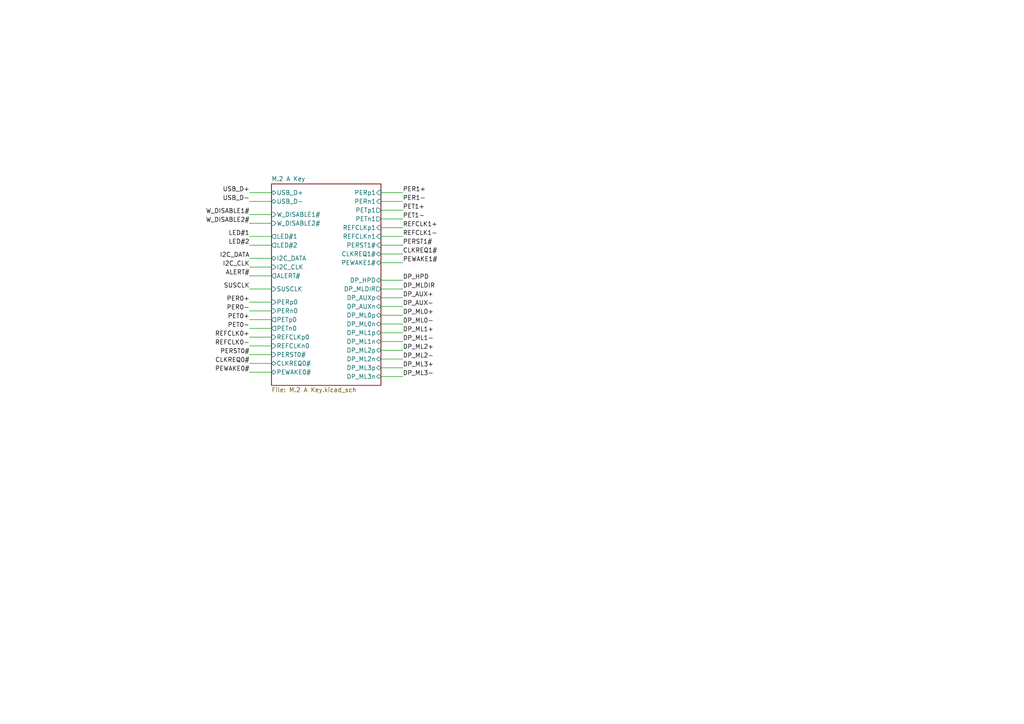
<source format=kicad_sch>
(kicad_sch
	(version 20250114)
	(generator "eeschema")
	(generator_version "9.0")
	(uuid "366d35ae-ef7f-4fd1-8d12-669fbc13649f")
	(paper "A4")
	(lib_symbols)
	(wire
		(pts
			(xy 110.49 60.96) (xy 116.84 60.96)
		)
		(stroke
			(width 0)
			(type default)
		)
		(uuid "043b4ce9-512c-4eae-9f23-0b441580fb9d")
	)
	(wire
		(pts
			(xy 72.39 102.87) (xy 78.74 102.87)
		)
		(stroke
			(width 0)
			(type default)
		)
		(uuid "1139d5ed-00d7-4919-8c7e-920e0d32d2ba")
	)
	(wire
		(pts
			(xy 72.39 68.58) (xy 78.74 68.58)
		)
		(stroke
			(width 0)
			(type default)
		)
		(uuid "1225f204-38f0-4241-8412-66df2b009df9")
	)
	(wire
		(pts
			(xy 110.49 99.06) (xy 116.84 99.06)
		)
		(stroke
			(width 0)
			(type default)
		)
		(uuid "15ec2a30-f059-46ee-8024-234b1138f9c8")
	)
	(wire
		(pts
			(xy 110.49 91.44) (xy 116.84 91.44)
		)
		(stroke
			(width 0)
			(type default)
		)
		(uuid "1ad231d4-6767-4445-a40e-eb5945722591")
	)
	(wire
		(pts
			(xy 72.39 87.63) (xy 78.74 87.63)
		)
		(stroke
			(width 0)
			(type default)
		)
		(uuid "1b1cf3ce-7a47-459b-b899-a697e2a3cda1")
	)
	(wire
		(pts
			(xy 72.39 92.71) (xy 78.74 92.71)
		)
		(stroke
			(width 0)
			(type default)
		)
		(uuid "1bff5e6a-a8d0-48d9-8908-83a78e597236")
	)
	(wire
		(pts
			(xy 110.49 104.14) (xy 116.84 104.14)
		)
		(stroke
			(width 0)
			(type default)
		)
		(uuid "1d617b3b-8c46-46e2-a64f-d2b608176fd6")
	)
	(wire
		(pts
			(xy 72.39 58.42) (xy 78.74 58.42)
		)
		(stroke
			(width 0)
			(type default)
		)
		(uuid "1ea49604-d497-47c0-b62c-2198574d9014")
	)
	(wire
		(pts
			(xy 110.49 58.42) (xy 116.84 58.42)
		)
		(stroke
			(width 0)
			(type default)
		)
		(uuid "1fa4bcde-d91a-4751-baeb-b2540fc21f95")
	)
	(wire
		(pts
			(xy 72.39 62.23) (xy 78.74 62.23)
		)
		(stroke
			(width 0)
			(type default)
		)
		(uuid "23169e7a-1994-432e-ae9c-43d7d13b2739")
	)
	(wire
		(pts
			(xy 72.39 95.25) (xy 78.74 95.25)
		)
		(stroke
			(width 0)
			(type default)
		)
		(uuid "24c520b3-72ca-4662-b36e-870b5d890f64")
	)
	(wire
		(pts
			(xy 110.49 68.58) (xy 116.84 68.58)
		)
		(stroke
			(width 0)
			(type default)
		)
		(uuid "2a63dab8-7af5-4086-b093-a9bd751d4278")
	)
	(wire
		(pts
			(xy 110.49 101.6) (xy 116.84 101.6)
		)
		(stroke
			(width 0)
			(type default)
		)
		(uuid "36db694d-c45b-4f17-8fa4-338bfafb5d2d")
	)
	(wire
		(pts
			(xy 110.49 76.2) (xy 116.84 76.2)
		)
		(stroke
			(width 0)
			(type default)
		)
		(uuid "3b26947a-7585-4085-82d0-58fad24c0592")
	)
	(wire
		(pts
			(xy 110.49 96.52) (xy 116.84 96.52)
		)
		(stroke
			(width 0)
			(type default)
		)
		(uuid "3d62ba7f-8a3d-4bf0-9980-bedb7f08f492")
	)
	(wire
		(pts
			(xy 72.39 90.17) (xy 78.74 90.17)
		)
		(stroke
			(width 0)
			(type default)
		)
		(uuid "3fe520d0-4a93-424e-897e-a56d0722a499")
	)
	(wire
		(pts
			(xy 72.39 64.77) (xy 78.74 64.77)
		)
		(stroke
			(width 0)
			(type default)
		)
		(uuid "43467321-e635-4d4b-bd8f-56e94fb87fc7")
	)
	(wire
		(pts
			(xy 110.49 63.5) (xy 116.84 63.5)
		)
		(stroke
			(width 0)
			(type default)
		)
		(uuid "47a40005-a992-4f6a-8263-2b4a60cde1d4")
	)
	(wire
		(pts
			(xy 110.49 66.04) (xy 116.84 66.04)
		)
		(stroke
			(width 0)
			(type default)
		)
		(uuid "4c0db243-4b10-42bd-9ac9-849e4f4896cb")
	)
	(wire
		(pts
			(xy 72.39 71.12) (xy 78.74 71.12)
		)
		(stroke
			(width 0)
			(type default)
		)
		(uuid "4db4b916-03c4-45b3-ab31-1904a55f01f9")
	)
	(wire
		(pts
			(xy 110.49 106.68) (xy 116.84 106.68)
		)
		(stroke
			(width 0)
			(type default)
		)
		(uuid "558d4c82-e5bc-4aa0-9b45-113dfbc65700")
	)
	(wire
		(pts
			(xy 110.49 83.82) (xy 116.84 83.82)
		)
		(stroke
			(width 0)
			(type default)
		)
		(uuid "7a38e5dc-351d-4a5a-ba8f-867c76d48153")
	)
	(wire
		(pts
			(xy 110.49 93.98) (xy 116.84 93.98)
		)
		(stroke
			(width 0)
			(type default)
		)
		(uuid "7e9a629a-4ea4-4b84-93e4-b0415ec07e1b")
	)
	(wire
		(pts
			(xy 72.39 74.93) (xy 78.74 74.93)
		)
		(stroke
			(width 0)
			(type default)
		)
		(uuid "81bbfd86-bfb6-4f0a-b83f-bf34dd747909")
	)
	(wire
		(pts
			(xy 110.49 88.9) (xy 116.84 88.9)
		)
		(stroke
			(width 0)
			(type default)
		)
		(uuid "899a144b-9a7b-4e5e-8174-e43f49180085")
	)
	(wire
		(pts
			(xy 72.39 55.88) (xy 78.74 55.88)
		)
		(stroke
			(width 0)
			(type default)
		)
		(uuid "8f2e0a7b-139c-45a0-a7df-fc1e438299b1")
	)
	(wire
		(pts
			(xy 110.49 71.12) (xy 116.84 71.12)
		)
		(stroke
			(width 0)
			(type default)
		)
		(uuid "94230a49-88b3-4442-855e-33500d3936db")
	)
	(wire
		(pts
			(xy 110.49 86.36) (xy 116.84 86.36)
		)
		(stroke
			(width 0)
			(type default)
		)
		(uuid "9cd26a3f-15f8-425a-b14e-23acb4a815ee")
	)
	(wire
		(pts
			(xy 110.49 81.28) (xy 116.84 81.28)
		)
		(stroke
			(width 0)
			(type default)
		)
		(uuid "9e02d0cb-bcbe-478b-929e-ffe28975aea0")
	)
	(wire
		(pts
			(xy 72.39 107.95) (xy 78.74 107.95)
		)
		(stroke
			(width 0)
			(type default)
		)
		(uuid "a3567744-187d-4348-8e94-431713296e61")
	)
	(wire
		(pts
			(xy 72.39 83.82) (xy 78.74 83.82)
		)
		(stroke
			(width 0)
			(type default)
		)
		(uuid "b334995b-38d9-49e6-895a-1f3886fff36f")
	)
	(wire
		(pts
			(xy 110.49 109.22) (xy 116.84 109.22)
		)
		(stroke
			(width 0)
			(type default)
		)
		(uuid "b412aafb-c344-4433-8986-c71f81c5b5b5")
	)
	(wire
		(pts
			(xy 72.39 80.01) (xy 78.74 80.01)
		)
		(stroke
			(width 0)
			(type default)
		)
		(uuid "ca8caaef-4b6b-4613-a311-68654535d704")
	)
	(wire
		(pts
			(xy 72.39 97.79) (xy 78.74 97.79)
		)
		(stroke
			(width 0)
			(type default)
		)
		(uuid "d530564d-0314-423b-8023-1130120b627e")
	)
	(wire
		(pts
			(xy 72.39 105.41) (xy 78.74 105.41)
		)
		(stroke
			(width 0)
			(type default)
		)
		(uuid "daf18bfa-e502-4a21-9bd5-8ba0c92586df")
	)
	(wire
		(pts
			(xy 110.49 55.88) (xy 116.84 55.88)
		)
		(stroke
			(width 0)
			(type default)
		)
		(uuid "dcd2b5ad-9d1f-4512-9f59-2a88827cc30a")
	)
	(wire
		(pts
			(xy 110.49 73.66) (xy 116.84 73.66)
		)
		(stroke
			(width 0)
			(type default)
		)
		(uuid "df1192ef-c98e-4d19-b9d6-5b235cbe89fd")
	)
	(wire
		(pts
			(xy 72.39 100.33) (xy 78.74 100.33)
		)
		(stroke
			(width 0)
			(type default)
		)
		(uuid "e4445f25-42fc-42ce-ae7e-6037bc45573a")
	)
	(wire
		(pts
			(xy 72.39 77.47) (xy 78.74 77.47)
		)
		(stroke
			(width 0)
			(type default)
		)
		(uuid "f9444ac1-9871-40e6-8af9-90de9daaf939")
	)
	(label "DP_ML0+"
		(at 116.84 91.44 0)
		(effects
			(font
				(size 1.27 1.27)
			)
			(justify left bottom)
		)
		(uuid "06978fb2-5fd2-459a-8d46-835371a8a410")
	)
	(label "DP_MLDIR"
		(at 116.84 83.82 0)
		(effects
			(font
				(size 1.27 1.27)
			)
			(justify left bottom)
		)
		(uuid "0fdc8747-ab7c-44dd-8fd4-020a38d4d632")
	)
	(label "DP_AUX-"
		(at 116.84 88.9 0)
		(effects
			(font
				(size 1.27 1.27)
			)
			(justify left bottom)
		)
		(uuid "15e4f4f0-64bd-4e26-b3a0-25cfe34c71d3")
	)
	(label "DP_AUX+"
		(at 116.84 86.36 0)
		(effects
			(font
				(size 1.27 1.27)
			)
			(justify left bottom)
		)
		(uuid "229d81dc-8131-4663-9623-ac6efa9ada18")
	)
	(label "PET0+"
		(at 72.39 92.71 180)
		(effects
			(font
				(size 1.27 1.27)
			)
			(justify right bottom)
		)
		(uuid "3241c131-773c-4cb1-83de-877d2ad39c1a")
	)
	(label "DP_ML2+"
		(at 116.84 101.6 0)
		(effects
			(font
				(size 1.27 1.27)
			)
			(justify left bottom)
		)
		(uuid "32f228e9-878b-4915-862c-48ba03b19ca7")
	)
	(label "REFCLK0+"
		(at 72.39 97.79 180)
		(effects
			(font
				(size 1.27 1.27)
			)
			(justify right bottom)
		)
		(uuid "38385821-71f3-49cb-ac38-fd6568e290c5")
	)
	(label "REFCLK0-"
		(at 72.39 100.33 180)
		(effects
			(font
				(size 1.27 1.27)
			)
			(justify right bottom)
		)
		(uuid "3d599bb9-2f88-4cee-a91c-d67c587e5007")
	)
	(label "PEWAKE0#"
		(at 72.39 107.95 180)
		(effects
			(font
				(size 1.27 1.27)
			)
			(justify right bottom)
		)
		(uuid "41045021-947f-4c79-afbd-8db98f58f035")
	)
	(label "PERST0#"
		(at 72.39 102.87 180)
		(effects
			(font
				(size 1.27 1.27)
			)
			(justify right bottom)
		)
		(uuid "43dddb6c-eb61-4c80-93b8-6e66b27add3a")
	)
	(label "PET1+"
		(at 116.84 60.96 0)
		(effects
			(font
				(size 1.27 1.27)
			)
			(justify left bottom)
		)
		(uuid "4542bf37-1d24-4df8-8bd8-2a50d8f2f8c9")
	)
	(label "I2C_CLK"
		(at 72.39 77.47 180)
		(effects
			(font
				(size 1.27 1.27)
			)
			(justify right bottom)
		)
		(uuid "53818792-5e9d-41d2-bd78-4e2919024c70")
	)
	(label "PER1+"
		(at 116.84 55.88 0)
		(effects
			(font
				(size 1.27 1.27)
			)
			(justify left bottom)
		)
		(uuid "5c7bea8c-c3cc-48da-9c7f-56c3d11f1ee3")
	)
	(label "PERST1#"
		(at 116.84 71.12 0)
		(effects
			(font
				(size 1.27 1.27)
			)
			(justify left bottom)
		)
		(uuid "65b9fe38-5b26-4664-8c6c-ae5c77208d79")
	)
	(label "DP_ML3-"
		(at 116.84 109.22 0)
		(effects
			(font
				(size 1.27 1.27)
			)
			(justify left bottom)
		)
		(uuid "703af640-c584-4521-9ede-ba07f0515e97")
	)
	(label "PER0-"
		(at 72.39 90.17 180)
		(effects
			(font
				(size 1.27 1.27)
			)
			(justify right bottom)
		)
		(uuid "728f96fa-1718-48ad-9c92-878af01b390e")
	)
	(label "CLKREQ0#"
		(at 72.39 105.41 180)
		(effects
			(font
				(size 1.27 1.27)
			)
			(justify right bottom)
		)
		(uuid "741b74b8-b2a9-4d8c-bf74-cca0bc6e1092")
	)
	(label "DP_ML3+"
		(at 116.84 106.68 0)
		(effects
			(font
				(size 1.27 1.27)
			)
			(justify left bottom)
		)
		(uuid "74b0de6d-e460-4112-b77a-2d571f2865ff")
	)
	(label "ALERT#"
		(at 72.39 80.01 180)
		(effects
			(font
				(size 1.27 1.27)
			)
			(justify right bottom)
		)
		(uuid "765e816d-4a0e-4194-92b5-e904f9109ce1")
	)
	(label "SUSCLK"
		(at 72.39 83.82 180)
		(effects
			(font
				(size 1.27 1.27)
			)
			(justify right bottom)
		)
		(uuid "7e60af1a-e19b-44b7-8acc-d90309909a6b")
	)
	(label "PET0-"
		(at 72.39 95.25 180)
		(effects
			(font
				(size 1.27 1.27)
			)
			(justify right bottom)
		)
		(uuid "8dba5465-8abe-401b-b7fe-a50dc91e236e")
	)
	(label "DP_ML2-"
		(at 116.84 104.14 0)
		(effects
			(font
				(size 1.27 1.27)
			)
			(justify left bottom)
		)
		(uuid "93d63c3c-e093-49c1-9ff5-7d7a9e3b3cc4")
	)
	(label "PER0+"
		(at 72.39 87.63 180)
		(effects
			(font
				(size 1.27 1.27)
			)
			(justify right bottom)
		)
		(uuid "9613efa7-17d6-46b2-ad39-395731447613")
	)
	(label "REFCLK1-"
		(at 116.84 68.58 0)
		(effects
			(font
				(size 1.27 1.27)
			)
			(justify left bottom)
		)
		(uuid "97d0d26d-45ee-4328-99f6-c2a984e947ab")
	)
	(label "W_DISABLE1#"
		(at 72.39 62.23 180)
		(effects
			(font
				(size 1.27 1.27)
			)
			(justify right bottom)
		)
		(uuid "9e1fddef-5e69-4456-a12f-6db2d6724d88")
	)
	(label "DP_HPD"
		(at 116.84 81.28 0)
		(effects
			(font
				(size 1.27 1.27)
			)
			(justify left bottom)
		)
		(uuid "aaad7aa1-905a-4893-b228-be38ac4936bb")
	)
	(label "CLKREQ1#"
		(at 116.84 73.66 0)
		(effects
			(font
				(size 1.27 1.27)
			)
			(justify left bottom)
		)
		(uuid "b27d1fcb-f059-427f-bcde-1f349102225f")
	)
	(label "W_DISABLE2#"
		(at 72.39 64.77 180)
		(effects
			(font
				(size 1.27 1.27)
			)
			(justify right bottom)
		)
		(uuid "c3432166-4c61-495d-a458-23e0f1d13f95")
	)
	(label "PEWAKE1#"
		(at 116.84 76.2 0)
		(effects
			(font
				(size 1.27 1.27)
			)
			(justify left bottom)
		)
		(uuid "cc7cd003-30a4-4758-b942-3e4edd688385")
	)
	(label "USB_D-"
		(at 72.39 58.42 180)
		(effects
			(font
				(size 1.27 1.27)
			)
			(justify right bottom)
		)
		(uuid "cef1ef10-72dd-4539-ab8b-5e2846db90b0")
	)
	(label "DP_ML1-"
		(at 116.84 99.06 0)
		(effects
			(font
				(size 1.27 1.27)
			)
			(justify left bottom)
		)
		(uuid "d54169cf-982f-4817-8e51-4dd67e897689")
	)
	(label "PET1-"
		(at 116.84 63.5 0)
		(effects
			(font
				(size 1.27 1.27)
			)
			(justify left bottom)
		)
		(uuid "d62cd9ea-4c35-4c2b-90d3-1087c2afcb7c")
	)
	(label "PER1-"
		(at 116.84 58.42 0)
		(effects
			(font
				(size 1.27 1.27)
			)
			(justify left bottom)
		)
		(uuid "d6a4e062-efea-4130-aec2-a89dfa9113e7")
	)
	(label "I2C_DATA"
		(at 72.39 74.93 180)
		(effects
			(font
				(size 1.27 1.27)
			)
			(justify right bottom)
		)
		(uuid "de2d0ec8-c88a-4387-98bd-c8f94f50f0b3")
	)
	(label "LED#1"
		(at 72.39 68.58 180)
		(effects
			(font
				(size 1.27 1.27)
			)
			(justify right bottom)
		)
		(uuid "def541b3-06c3-48ee-9028-229e178029af")
	)
	(label "USB_D+"
		(at 72.39 55.88 180)
		(effects
			(font
				(size 1.27 1.27)
			)
			(justify right bottom)
		)
		(uuid "e93718c5-0e82-4ec0-aa95-d0d12fd4d39c")
	)
	(label "DP_ML0-"
		(at 116.84 93.98 0)
		(effects
			(font
				(size 1.27 1.27)
			)
			(justify left bottom)
		)
		(uuid "ec20dc8e-e5a5-43b3-84c4-1539330c37ba")
	)
	(label "REFCLK1+"
		(at 116.84 66.04 0)
		(effects
			(font
				(size 1.27 1.27)
			)
			(justify left bottom)
		)
		(uuid "efdc7db3-bc8e-4def-809b-8c584e535925")
	)
	(label "DP_ML1+"
		(at 116.84 96.52 0)
		(effects
			(font
				(size 1.27 1.27)
			)
			(justify left bottom)
		)
		(uuid "fa3e172b-b13f-4220-991d-42e8f1981b1f")
	)
	(label "LED#2"
		(at 72.39 71.12 180)
		(effects
			(font
				(size 1.27 1.27)
			)
			(justify right bottom)
		)
		(uuid "feb65e89-c035-4eac-a00b-b964ccc4e89f")
	)
	(sheet
		(at 78.74 53.34)
		(size 31.75 58.42)
		(exclude_from_sim no)
		(in_bom yes)
		(on_board yes)
		(dnp no)
		(fields_autoplaced yes)
		(stroke
			(width 0.1524)
			(type solid)
		)
		(fill
			(color 0 0 0 0.0000)
		)
		(uuid "5f8b890a-970c-48b0-9196-cd85357954c4")
		(property "Sheetname" "M.2 A Key"
			(at 78.74 52.6284 0)
			(effects
				(font
					(size 1.27 1.27)
				)
				(justify left bottom)
			)
		)
		(property "Sheetfile" "M.2 A Key.kicad_sch"
			(at 78.74 112.3446 0)
			(effects
				(font
					(size 1.27 1.27)
				)
				(justify left top)
			)
		)
		(pin "USB_D+" bidirectional
			(at 78.74 55.88 180)
			(uuid "cf9b7686-e8a7-4e77-bcc5-a912559bc2d8")
			(effects
				(font
					(size 1.27 1.27)
				)
				(justify left)
			)
		)
		(pin "USB_D-" bidirectional
			(at 78.74 58.42 180)
			(uuid "d5fc4cbd-3aa5-486f-b4b7-0045a10a5b17")
			(effects
				(font
					(size 1.27 1.27)
				)
				(justify left)
			)
		)
		(pin "W_DISABLE1#" input
			(at 78.74 62.23 180)
			(uuid "1e393619-a03e-4d55-8997-875530f17bfd")
			(effects
				(font
					(size 1.27 1.27)
				)
				(justify left)
			)
		)
		(pin "W_DISABLE2#" input
			(at 78.74 64.77 180)
			(uuid "992fb1f3-7d32-462f-86e0-357f686c54bd")
			(effects
				(font
					(size 1.27 1.27)
				)
				(justify left)
			)
		)
		(pin "LED#1" output
			(at 78.74 68.58 180)
			(uuid "e2c3bd67-cf4b-41d6-9eae-8a8fc606b379")
			(effects
				(font
					(size 1.27 1.27)
				)
				(justify left)
			)
		)
		(pin "LED#2" output
			(at 78.74 71.12 180)
			(uuid "22d04071-28f4-4dcb-9f78-fe2caa64dda2")
			(effects
				(font
					(size 1.27 1.27)
				)
				(justify left)
			)
		)
		(pin "I2C_DATA" bidirectional
			(at 78.74 74.93 180)
			(uuid "26a142b3-8c85-45d1-8f0c-3ec39a5257aa")
			(effects
				(font
					(size 1.27 1.27)
				)
				(justify left)
			)
		)
		(pin "I2C_CLK" input
			(at 78.74 77.47 180)
			(uuid "dd995b8a-572e-437b-a708-dbe5460addf9")
			(effects
				(font
					(size 1.27 1.27)
				)
				(justify left)
			)
		)
		(pin "ALERT#" output
			(at 78.74 80.01 180)
			(uuid "22e5ef1d-4e37-426c-89fe-d39c5285c639")
			(effects
				(font
					(size 1.27 1.27)
				)
				(justify left)
			)
		)
		(pin "SUSCLK" input
			(at 78.74 83.82 180)
			(uuid "3ec528cb-4005-4bea-b67b-a0cf04f072fc")
			(effects
				(font
					(size 1.27 1.27)
				)
				(justify left)
			)
		)
		(pin "PERp0" input
			(at 78.74 87.63 180)
			(uuid "1698be1c-245b-42f4-ac02-5ce303413304")
			(effects
				(font
					(size 1.27 1.27)
				)
				(justify left)
			)
		)
		(pin "PERn0" input
			(at 78.74 90.17 180)
			(uuid "43aebd9e-82b9-490f-a40e-a5d172a4acc8")
			(effects
				(font
					(size 1.27 1.27)
				)
				(justify left)
			)
		)
		(pin "PERST0#" input
			(at 78.74 102.87 180)
			(uuid "7deaab73-961f-4087-85b2-83e6be4bb5a7")
			(effects
				(font
					(size 1.27 1.27)
				)
				(justify left)
			)
		)
		(pin "CLKREQ0#" bidirectional
			(at 78.74 105.41 180)
			(uuid "443e651b-72f9-4f80-ad5b-0243ca8b2f8e")
			(effects
				(font
					(size 1.27 1.27)
				)
				(justify left)
			)
		)
		(pin "PETn0" output
			(at 78.74 95.25 180)
			(uuid "a16f2211-fafc-4ecc-b6f5-f9802d19632d")
			(effects
				(font
					(size 1.27 1.27)
				)
				(justify left)
			)
		)
		(pin "PETp0" output
			(at 78.74 92.71 180)
			(uuid "d847f9dc-e6e7-43ab-a289-2051cda2adf0")
			(effects
				(font
					(size 1.27 1.27)
				)
				(justify left)
			)
		)
		(pin "REFCLKp0" input
			(at 78.74 97.79 180)
			(uuid "175fefd8-3eb7-4a39-b0d0-bb297045522e")
			(effects
				(font
					(size 1.27 1.27)
				)
				(justify left)
			)
		)
		(pin "PEWAKE0#" bidirectional
			(at 78.74 107.95 180)
			(uuid "af5a20a9-58c9-4118-948f-a84c7324ed2c")
			(effects
				(font
					(size 1.27 1.27)
				)
				(justify left)
			)
		)
		(pin "REFCLKn0" input
			(at 78.74 100.33 180)
			(uuid "cdc880c3-29ad-43ec-966d-546131266e32")
			(effects
				(font
					(size 1.27 1.27)
				)
				(justify left)
			)
		)
		(pin "PEWAKE1#" bidirectional
			(at 110.49 76.2 0)
			(uuid "7e7ba915-034b-4cac-9e35-557f99ee805c")
			(effects
				(font
					(size 1.27 1.27)
				)
				(justify right)
			)
		)
		(pin "PETp1" output
			(at 110.49 60.96 0)
			(uuid "b07625af-d309-43ef-af51-a4218370cba9")
			(effects
				(font
					(size 1.27 1.27)
				)
				(justify right)
			)
		)
		(pin "PERn1" input
			(at 110.49 58.42 0)
			(uuid "ff8265a0-1fbc-4492-afbd-6f3c76a7bbff")
			(effects
				(font
					(size 1.27 1.27)
				)
				(justify right)
			)
		)
		(pin "REFCLKp1" input
			(at 110.49 66.04 0)
			(uuid "2a56e1fe-0199-47ed-9dcc-492cd308b12c")
			(effects
				(font
					(size 1.27 1.27)
				)
				(justify right)
			)
		)
		(pin "PERp1" input
			(at 110.49 55.88 0)
			(uuid "909c6c3e-f0ac-484b-a7e0-6072a86d35c2")
			(effects
				(font
					(size 1.27 1.27)
				)
				(justify right)
			)
		)
		(pin "PETn1" output
			(at 110.49 63.5 0)
			(uuid "032db504-ae9e-422f-9bd1-d6b43cb2a94b")
			(effects
				(font
					(size 1.27 1.27)
				)
				(justify right)
			)
		)
		(pin "REFCLKn1" input
			(at 110.49 68.58 0)
			(uuid "0b9d7e5e-5ef2-479c-bc6b-60a22ed2998e")
			(effects
				(font
					(size 1.27 1.27)
				)
				(justify right)
			)
		)
		(pin "PERST1#" input
			(at 110.49 71.12 0)
			(uuid "ad8a81e4-565e-4e11-bbaa-18ce60895331")
			(effects
				(font
					(size 1.27 1.27)
				)
				(justify right)
			)
		)
		(pin "CLKREQ1#" bidirectional
			(at 110.49 73.66 0)
			(uuid "44cfe178-e082-444e-80a4-40d773857c00")
			(effects
				(font
					(size 1.27 1.27)
				)
				(justify right)
			)
		)
		(pin "DP_HPD" bidirectional
			(at 110.49 81.28 0)
			(uuid "20c530ce-6625-4dff-a459-e176047b830b")
			(effects
				(font
					(size 1.27 1.27)
				)
				(justify right)
			)
		)
		(pin "DP_MLDIR" output
			(at 110.49 83.82 0)
			(uuid "b6f6846e-440b-4dae-a8c9-8a17bc970b72")
			(effects
				(font
					(size 1.27 1.27)
				)
				(justify right)
			)
		)
		(pin "DP_AUXp" bidirectional
			(at 110.49 86.36 0)
			(uuid "4428003f-39c0-41a5-8540-d11ad0b6cbe2")
			(effects
				(font
					(size 1.27 1.27)
				)
				(justify right)
			)
		)
		(pin "DP_AUXn" bidirectional
			(at 110.49 88.9 0)
			(uuid "027b80d7-e309-4297-91f2-ad9d30191a49")
			(effects
				(font
					(size 1.27 1.27)
				)
				(justify right)
			)
		)
		(pin "DP_ML0n" bidirectional
			(at 110.49 93.98 0)
			(uuid "f716350c-6881-4927-bc69-b9b4af647e57")
			(effects
				(font
					(size 1.27 1.27)
				)
				(justify right)
			)
		)
		(pin "DP_ML0p" bidirectional
			(at 110.49 91.44 0)
			(uuid "b485570c-4c11-4ee2-9138-f0ca6737685f")
			(effects
				(font
					(size 1.27 1.27)
				)
				(justify right)
			)
		)
		(pin "DP_ML1p" bidirectional
			(at 110.49 96.52 0)
			(uuid "b426c9ee-e799-410b-a739-e0ab01e728aa")
			(effects
				(font
					(size 1.27 1.27)
				)
				(justify right)
			)
		)
		(pin "DP_ML1n" bidirectional
			(at 110.49 99.06 0)
			(uuid "694a77d0-51c4-445a-aeec-2244431dc88a")
			(effects
				(font
					(size 1.27 1.27)
				)
				(justify right)
			)
		)
		(pin "DP_ML2p" bidirectional
			(at 110.49 101.6 0)
			(uuid "89178e9e-0db0-4b10-8a42-626637a29334")
			(effects
				(font
					(size 1.27 1.27)
				)
				(justify right)
			)
		)
		(pin "DP_ML2n" bidirectional
			(at 110.49 104.14 0)
			(uuid "fabe79ce-d860-4855-a8a5-a31d49b568b9")
			(effects
				(font
					(size 1.27 1.27)
				)
				(justify right)
			)
		)
		(pin "DP_ML3p" bidirectional
			(at 110.49 106.68 0)
			(uuid "692cf67a-851d-4a8e-a005-08ffe10bdef2")
			(effects
				(font
					(size 1.27 1.27)
				)
				(justify right)
			)
		)
		(pin "DP_ML3n" bidirectional
			(at 110.49 109.22 0)
			(uuid "9b94cd38-5dae-49dc-8088-1f94613ff040")
			(effects
				(font
					(size 1.27 1.27)
				)
				(justify right)
			)
		)
		(instances
			(project "M.2 A Key 3080"
				(path "/366d35ae-ef7f-4fd1-8d12-669fbc13649f"
					(page "2")
				)
			)
		)
	)
	(sheet_instances
		(path "/"
			(page "1")
		)
	)
	(embedded_fonts no)
)

</source>
